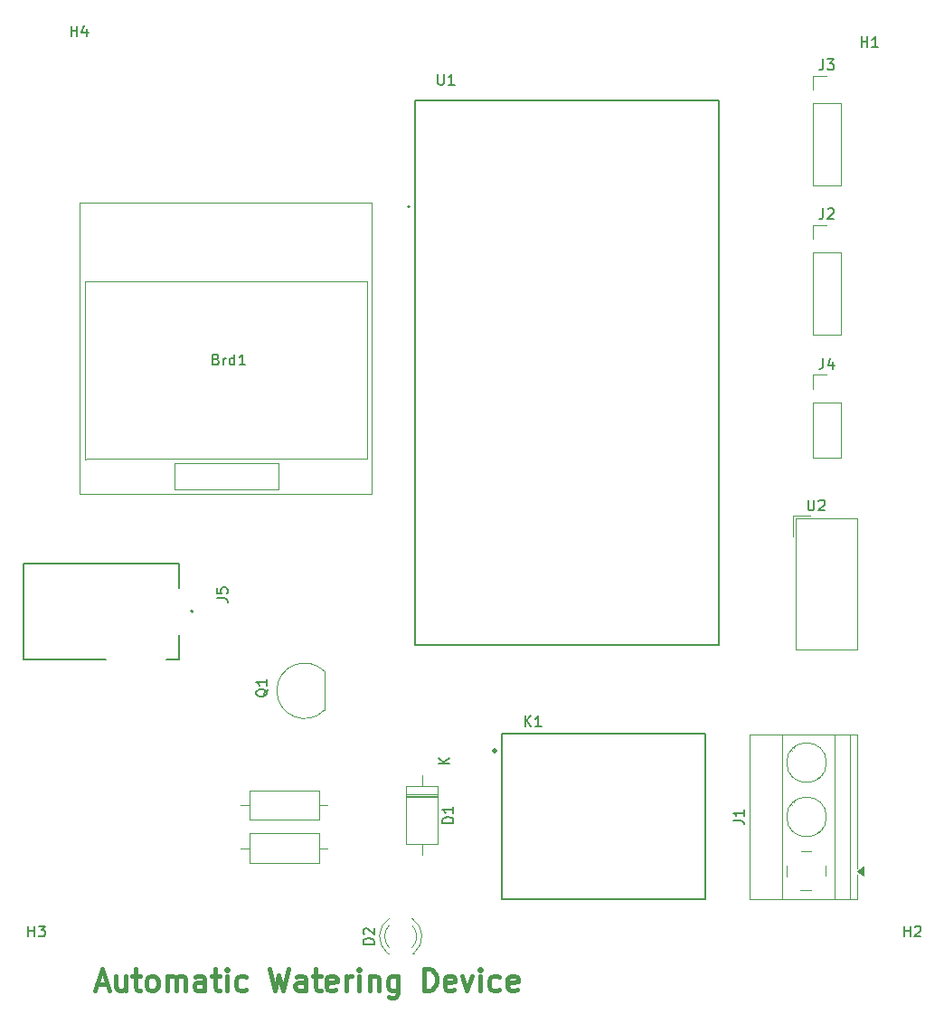
<source format=gbr>
%TF.GenerationSoftware,KiCad,Pcbnew,9.0.0*%
%TF.CreationDate,2025-04-25T09:10:44+07:00*%
%TF.ProjectId,Final_Project_PCB,46696e61-6c5f-4507-926f-6a6563745f50,rev?*%
%TF.SameCoordinates,Original*%
%TF.FileFunction,Legend,Top*%
%TF.FilePolarity,Positive*%
%FSLAX46Y46*%
G04 Gerber Fmt 4.6, Leading zero omitted, Abs format (unit mm)*
G04 Created by KiCad (PCBNEW 9.0.0) date 2025-04-25 09:10:44*
%MOMM*%
%LPD*%
G01*
G04 APERTURE LIST*
%ADD10C,0.400000*%
%ADD11C,0.150000*%
%ADD12C,0.120000*%
%ADD13C,0.127000*%
%ADD14C,0.300000*%
%ADD15C,0.200000*%
G04 APERTURE END LIST*
D10*
X159644109Y-125163009D02*
X160596490Y-125163009D01*
X159453633Y-125734438D02*
X160120299Y-123734438D01*
X160120299Y-123734438D02*
X160786966Y-125734438D01*
X162310776Y-124401104D02*
X162310776Y-125734438D01*
X161453633Y-124401104D02*
X161453633Y-125448723D01*
X161453633Y-125448723D02*
X161548871Y-125639200D01*
X161548871Y-125639200D02*
X161739347Y-125734438D01*
X161739347Y-125734438D02*
X162025062Y-125734438D01*
X162025062Y-125734438D02*
X162215538Y-125639200D01*
X162215538Y-125639200D02*
X162310776Y-125543961D01*
X162977443Y-124401104D02*
X163739347Y-124401104D01*
X163263157Y-123734438D02*
X163263157Y-125448723D01*
X163263157Y-125448723D02*
X163358395Y-125639200D01*
X163358395Y-125639200D02*
X163548871Y-125734438D01*
X163548871Y-125734438D02*
X163739347Y-125734438D01*
X164691728Y-125734438D02*
X164501252Y-125639200D01*
X164501252Y-125639200D02*
X164406014Y-125543961D01*
X164406014Y-125543961D02*
X164310776Y-125353485D01*
X164310776Y-125353485D02*
X164310776Y-124782057D01*
X164310776Y-124782057D02*
X164406014Y-124591580D01*
X164406014Y-124591580D02*
X164501252Y-124496342D01*
X164501252Y-124496342D02*
X164691728Y-124401104D01*
X164691728Y-124401104D02*
X164977443Y-124401104D01*
X164977443Y-124401104D02*
X165167919Y-124496342D01*
X165167919Y-124496342D02*
X165263157Y-124591580D01*
X165263157Y-124591580D02*
X165358395Y-124782057D01*
X165358395Y-124782057D02*
X165358395Y-125353485D01*
X165358395Y-125353485D02*
X165263157Y-125543961D01*
X165263157Y-125543961D02*
X165167919Y-125639200D01*
X165167919Y-125639200D02*
X164977443Y-125734438D01*
X164977443Y-125734438D02*
X164691728Y-125734438D01*
X166215538Y-125734438D02*
X166215538Y-124401104D01*
X166215538Y-124591580D02*
X166310776Y-124496342D01*
X166310776Y-124496342D02*
X166501252Y-124401104D01*
X166501252Y-124401104D02*
X166786967Y-124401104D01*
X166786967Y-124401104D02*
X166977443Y-124496342D01*
X166977443Y-124496342D02*
X167072681Y-124686819D01*
X167072681Y-124686819D02*
X167072681Y-125734438D01*
X167072681Y-124686819D02*
X167167919Y-124496342D01*
X167167919Y-124496342D02*
X167358395Y-124401104D01*
X167358395Y-124401104D02*
X167644109Y-124401104D01*
X167644109Y-124401104D02*
X167834586Y-124496342D01*
X167834586Y-124496342D02*
X167929824Y-124686819D01*
X167929824Y-124686819D02*
X167929824Y-125734438D01*
X169739348Y-125734438D02*
X169739348Y-124686819D01*
X169739348Y-124686819D02*
X169644110Y-124496342D01*
X169644110Y-124496342D02*
X169453634Y-124401104D01*
X169453634Y-124401104D02*
X169072681Y-124401104D01*
X169072681Y-124401104D02*
X168882205Y-124496342D01*
X169739348Y-125639200D02*
X169548872Y-125734438D01*
X169548872Y-125734438D02*
X169072681Y-125734438D01*
X169072681Y-125734438D02*
X168882205Y-125639200D01*
X168882205Y-125639200D02*
X168786967Y-125448723D01*
X168786967Y-125448723D02*
X168786967Y-125258247D01*
X168786967Y-125258247D02*
X168882205Y-125067771D01*
X168882205Y-125067771D02*
X169072681Y-124972533D01*
X169072681Y-124972533D02*
X169548872Y-124972533D01*
X169548872Y-124972533D02*
X169739348Y-124877295D01*
X170406015Y-124401104D02*
X171167919Y-124401104D01*
X170691729Y-123734438D02*
X170691729Y-125448723D01*
X170691729Y-125448723D02*
X170786967Y-125639200D01*
X170786967Y-125639200D02*
X170977443Y-125734438D01*
X170977443Y-125734438D02*
X171167919Y-125734438D01*
X171834586Y-125734438D02*
X171834586Y-124401104D01*
X171834586Y-123734438D02*
X171739348Y-123829676D01*
X171739348Y-123829676D02*
X171834586Y-123924914D01*
X171834586Y-123924914D02*
X171929824Y-123829676D01*
X171929824Y-123829676D02*
X171834586Y-123734438D01*
X171834586Y-123734438D02*
X171834586Y-123924914D01*
X173644110Y-125639200D02*
X173453634Y-125734438D01*
X173453634Y-125734438D02*
X173072681Y-125734438D01*
X173072681Y-125734438D02*
X172882205Y-125639200D01*
X172882205Y-125639200D02*
X172786967Y-125543961D01*
X172786967Y-125543961D02*
X172691729Y-125353485D01*
X172691729Y-125353485D02*
X172691729Y-124782057D01*
X172691729Y-124782057D02*
X172786967Y-124591580D01*
X172786967Y-124591580D02*
X172882205Y-124496342D01*
X172882205Y-124496342D02*
X173072681Y-124401104D01*
X173072681Y-124401104D02*
X173453634Y-124401104D01*
X173453634Y-124401104D02*
X173644110Y-124496342D01*
X175834587Y-123734438D02*
X176310777Y-125734438D01*
X176310777Y-125734438D02*
X176691730Y-124305866D01*
X176691730Y-124305866D02*
X177072682Y-125734438D01*
X177072682Y-125734438D02*
X177548873Y-123734438D01*
X179167920Y-125734438D02*
X179167920Y-124686819D01*
X179167920Y-124686819D02*
X179072682Y-124496342D01*
X179072682Y-124496342D02*
X178882206Y-124401104D01*
X178882206Y-124401104D02*
X178501253Y-124401104D01*
X178501253Y-124401104D02*
X178310777Y-124496342D01*
X179167920Y-125639200D02*
X178977444Y-125734438D01*
X178977444Y-125734438D02*
X178501253Y-125734438D01*
X178501253Y-125734438D02*
X178310777Y-125639200D01*
X178310777Y-125639200D02*
X178215539Y-125448723D01*
X178215539Y-125448723D02*
X178215539Y-125258247D01*
X178215539Y-125258247D02*
X178310777Y-125067771D01*
X178310777Y-125067771D02*
X178501253Y-124972533D01*
X178501253Y-124972533D02*
X178977444Y-124972533D01*
X178977444Y-124972533D02*
X179167920Y-124877295D01*
X179834587Y-124401104D02*
X180596491Y-124401104D01*
X180120301Y-123734438D02*
X180120301Y-125448723D01*
X180120301Y-125448723D02*
X180215539Y-125639200D01*
X180215539Y-125639200D02*
X180406015Y-125734438D01*
X180406015Y-125734438D02*
X180596491Y-125734438D01*
X182025063Y-125639200D02*
X181834587Y-125734438D01*
X181834587Y-125734438D02*
X181453634Y-125734438D01*
X181453634Y-125734438D02*
X181263158Y-125639200D01*
X181263158Y-125639200D02*
X181167920Y-125448723D01*
X181167920Y-125448723D02*
X181167920Y-124686819D01*
X181167920Y-124686819D02*
X181263158Y-124496342D01*
X181263158Y-124496342D02*
X181453634Y-124401104D01*
X181453634Y-124401104D02*
X181834587Y-124401104D01*
X181834587Y-124401104D02*
X182025063Y-124496342D01*
X182025063Y-124496342D02*
X182120301Y-124686819D01*
X182120301Y-124686819D02*
X182120301Y-124877295D01*
X182120301Y-124877295D02*
X181167920Y-125067771D01*
X182977444Y-125734438D02*
X182977444Y-124401104D01*
X182977444Y-124782057D02*
X183072682Y-124591580D01*
X183072682Y-124591580D02*
X183167920Y-124496342D01*
X183167920Y-124496342D02*
X183358396Y-124401104D01*
X183358396Y-124401104D02*
X183548873Y-124401104D01*
X184215539Y-125734438D02*
X184215539Y-124401104D01*
X184215539Y-123734438D02*
X184120301Y-123829676D01*
X184120301Y-123829676D02*
X184215539Y-123924914D01*
X184215539Y-123924914D02*
X184310777Y-123829676D01*
X184310777Y-123829676D02*
X184215539Y-123734438D01*
X184215539Y-123734438D02*
X184215539Y-123924914D01*
X185167920Y-124401104D02*
X185167920Y-125734438D01*
X185167920Y-124591580D02*
X185263158Y-124496342D01*
X185263158Y-124496342D02*
X185453634Y-124401104D01*
X185453634Y-124401104D02*
X185739349Y-124401104D01*
X185739349Y-124401104D02*
X185929825Y-124496342D01*
X185929825Y-124496342D02*
X186025063Y-124686819D01*
X186025063Y-124686819D02*
X186025063Y-125734438D01*
X187834587Y-124401104D02*
X187834587Y-126020152D01*
X187834587Y-126020152D02*
X187739349Y-126210628D01*
X187739349Y-126210628D02*
X187644111Y-126305866D01*
X187644111Y-126305866D02*
X187453634Y-126401104D01*
X187453634Y-126401104D02*
X187167920Y-126401104D01*
X187167920Y-126401104D02*
X186977444Y-126305866D01*
X187834587Y-125639200D02*
X187644111Y-125734438D01*
X187644111Y-125734438D02*
X187263158Y-125734438D01*
X187263158Y-125734438D02*
X187072682Y-125639200D01*
X187072682Y-125639200D02*
X186977444Y-125543961D01*
X186977444Y-125543961D02*
X186882206Y-125353485D01*
X186882206Y-125353485D02*
X186882206Y-124782057D01*
X186882206Y-124782057D02*
X186977444Y-124591580D01*
X186977444Y-124591580D02*
X187072682Y-124496342D01*
X187072682Y-124496342D02*
X187263158Y-124401104D01*
X187263158Y-124401104D02*
X187644111Y-124401104D01*
X187644111Y-124401104D02*
X187834587Y-124496342D01*
X190310778Y-125734438D02*
X190310778Y-123734438D01*
X190310778Y-123734438D02*
X190786968Y-123734438D01*
X190786968Y-123734438D02*
X191072683Y-123829676D01*
X191072683Y-123829676D02*
X191263159Y-124020152D01*
X191263159Y-124020152D02*
X191358397Y-124210628D01*
X191358397Y-124210628D02*
X191453635Y-124591580D01*
X191453635Y-124591580D02*
X191453635Y-124877295D01*
X191453635Y-124877295D02*
X191358397Y-125258247D01*
X191358397Y-125258247D02*
X191263159Y-125448723D01*
X191263159Y-125448723D02*
X191072683Y-125639200D01*
X191072683Y-125639200D02*
X190786968Y-125734438D01*
X190786968Y-125734438D02*
X190310778Y-125734438D01*
X193072683Y-125639200D02*
X192882207Y-125734438D01*
X192882207Y-125734438D02*
X192501254Y-125734438D01*
X192501254Y-125734438D02*
X192310778Y-125639200D01*
X192310778Y-125639200D02*
X192215540Y-125448723D01*
X192215540Y-125448723D02*
X192215540Y-124686819D01*
X192215540Y-124686819D02*
X192310778Y-124496342D01*
X192310778Y-124496342D02*
X192501254Y-124401104D01*
X192501254Y-124401104D02*
X192882207Y-124401104D01*
X192882207Y-124401104D02*
X193072683Y-124496342D01*
X193072683Y-124496342D02*
X193167921Y-124686819D01*
X193167921Y-124686819D02*
X193167921Y-124877295D01*
X193167921Y-124877295D02*
X192215540Y-125067771D01*
X193834588Y-124401104D02*
X194310778Y-125734438D01*
X194310778Y-125734438D02*
X194786969Y-124401104D01*
X195548874Y-125734438D02*
X195548874Y-124401104D01*
X195548874Y-123734438D02*
X195453636Y-123829676D01*
X195453636Y-123829676D02*
X195548874Y-123924914D01*
X195548874Y-123924914D02*
X195644112Y-123829676D01*
X195644112Y-123829676D02*
X195548874Y-123734438D01*
X195548874Y-123734438D02*
X195548874Y-123924914D01*
X197358398Y-125639200D02*
X197167922Y-125734438D01*
X197167922Y-125734438D02*
X196786969Y-125734438D01*
X196786969Y-125734438D02*
X196596493Y-125639200D01*
X196596493Y-125639200D02*
X196501255Y-125543961D01*
X196501255Y-125543961D02*
X196406017Y-125353485D01*
X196406017Y-125353485D02*
X196406017Y-124782057D01*
X196406017Y-124782057D02*
X196501255Y-124591580D01*
X196501255Y-124591580D02*
X196596493Y-124496342D01*
X196596493Y-124496342D02*
X196786969Y-124401104D01*
X196786969Y-124401104D02*
X197167922Y-124401104D01*
X197167922Y-124401104D02*
X197358398Y-124496342D01*
X198977446Y-125639200D02*
X198786970Y-125734438D01*
X198786970Y-125734438D02*
X198406017Y-125734438D01*
X198406017Y-125734438D02*
X198215541Y-125639200D01*
X198215541Y-125639200D02*
X198120303Y-125448723D01*
X198120303Y-125448723D02*
X198120303Y-124686819D01*
X198120303Y-124686819D02*
X198215541Y-124496342D01*
X198215541Y-124496342D02*
X198406017Y-124401104D01*
X198406017Y-124401104D02*
X198786970Y-124401104D01*
X198786970Y-124401104D02*
X198977446Y-124496342D01*
X198977446Y-124496342D02*
X199072684Y-124686819D01*
X199072684Y-124686819D02*
X199072684Y-124877295D01*
X199072684Y-124877295D02*
X198120303Y-125067771D01*
D11*
X153238095Y-120704819D02*
X153238095Y-119704819D01*
X153238095Y-120181009D02*
X153809523Y-120181009D01*
X153809523Y-120704819D02*
X153809523Y-119704819D01*
X154190476Y-119704819D02*
X154809523Y-119704819D01*
X154809523Y-119704819D02*
X154476190Y-120085771D01*
X154476190Y-120085771D02*
X154619047Y-120085771D01*
X154619047Y-120085771D02*
X154714285Y-120133390D01*
X154714285Y-120133390D02*
X154761904Y-120181009D01*
X154761904Y-120181009D02*
X154809523Y-120276247D01*
X154809523Y-120276247D02*
X154809523Y-120514342D01*
X154809523Y-120514342D02*
X154761904Y-120609580D01*
X154761904Y-120609580D02*
X154714285Y-120657200D01*
X154714285Y-120657200D02*
X154619047Y-120704819D01*
X154619047Y-120704819D02*
X154333333Y-120704819D01*
X154333333Y-120704819D02*
X154238095Y-120657200D01*
X154238095Y-120657200D02*
X154190476Y-120609580D01*
X175650057Y-97515238D02*
X175602438Y-97610476D01*
X175602438Y-97610476D02*
X175507200Y-97705714D01*
X175507200Y-97705714D02*
X175364342Y-97848571D01*
X175364342Y-97848571D02*
X175316723Y-97943809D01*
X175316723Y-97943809D02*
X175316723Y-98039047D01*
X175554819Y-97991428D02*
X175507200Y-98086666D01*
X175507200Y-98086666D02*
X175411961Y-98181904D01*
X175411961Y-98181904D02*
X175221485Y-98229523D01*
X175221485Y-98229523D02*
X174888152Y-98229523D01*
X174888152Y-98229523D02*
X174697676Y-98181904D01*
X174697676Y-98181904D02*
X174602438Y-98086666D01*
X174602438Y-98086666D02*
X174554819Y-97991428D01*
X174554819Y-97991428D02*
X174554819Y-97800952D01*
X174554819Y-97800952D02*
X174602438Y-97705714D01*
X174602438Y-97705714D02*
X174697676Y-97610476D01*
X174697676Y-97610476D02*
X174888152Y-97562857D01*
X174888152Y-97562857D02*
X175221485Y-97562857D01*
X175221485Y-97562857D02*
X175411961Y-97610476D01*
X175411961Y-97610476D02*
X175507200Y-97705714D01*
X175507200Y-97705714D02*
X175554819Y-97800952D01*
X175554819Y-97800952D02*
X175554819Y-97991428D01*
X175554819Y-96610476D02*
X175554819Y-97181904D01*
X175554819Y-96896190D02*
X174554819Y-96896190D01*
X174554819Y-96896190D02*
X174697676Y-96991428D01*
X174697676Y-96991428D02*
X174792914Y-97086666D01*
X174792914Y-97086666D02*
X174840533Y-97181904D01*
X193024819Y-110078094D02*
X192024819Y-110078094D01*
X192024819Y-110078094D02*
X192024819Y-109839999D01*
X192024819Y-109839999D02*
X192072438Y-109697142D01*
X192072438Y-109697142D02*
X192167676Y-109601904D01*
X192167676Y-109601904D02*
X192262914Y-109554285D01*
X192262914Y-109554285D02*
X192453390Y-109506666D01*
X192453390Y-109506666D02*
X192596247Y-109506666D01*
X192596247Y-109506666D02*
X192786723Y-109554285D01*
X192786723Y-109554285D02*
X192881961Y-109601904D01*
X192881961Y-109601904D02*
X192977200Y-109697142D01*
X192977200Y-109697142D02*
X193024819Y-109839999D01*
X193024819Y-109839999D02*
X193024819Y-110078094D01*
X193024819Y-108554285D02*
X193024819Y-109125713D01*
X193024819Y-108839999D02*
X192024819Y-108839999D01*
X192024819Y-108839999D02*
X192167676Y-108935237D01*
X192167676Y-108935237D02*
X192262914Y-109030475D01*
X192262914Y-109030475D02*
X192310533Y-109125713D01*
X192654819Y-104521904D02*
X191654819Y-104521904D01*
X192654819Y-103950476D02*
X192083390Y-104379047D01*
X191654819Y-103950476D02*
X192226247Y-104521904D01*
X185594819Y-121428094D02*
X184594819Y-121428094D01*
X184594819Y-121428094D02*
X184594819Y-121189999D01*
X184594819Y-121189999D02*
X184642438Y-121047142D01*
X184642438Y-121047142D02*
X184737676Y-120951904D01*
X184737676Y-120951904D02*
X184832914Y-120904285D01*
X184832914Y-120904285D02*
X185023390Y-120856666D01*
X185023390Y-120856666D02*
X185166247Y-120856666D01*
X185166247Y-120856666D02*
X185356723Y-120904285D01*
X185356723Y-120904285D02*
X185451961Y-120951904D01*
X185451961Y-120951904D02*
X185547200Y-121047142D01*
X185547200Y-121047142D02*
X185594819Y-121189999D01*
X185594819Y-121189999D02*
X185594819Y-121428094D01*
X184690057Y-120475713D02*
X184642438Y-120428094D01*
X184642438Y-120428094D02*
X184594819Y-120332856D01*
X184594819Y-120332856D02*
X184594819Y-120094761D01*
X184594819Y-120094761D02*
X184642438Y-119999523D01*
X184642438Y-119999523D02*
X184690057Y-119951904D01*
X184690057Y-119951904D02*
X184785295Y-119904285D01*
X184785295Y-119904285D02*
X184880533Y-119904285D01*
X184880533Y-119904285D02*
X185023390Y-119951904D01*
X185023390Y-119951904D02*
X185594819Y-120523332D01*
X185594819Y-120523332D02*
X185594819Y-119904285D01*
X157238095Y-36454819D02*
X157238095Y-35454819D01*
X157238095Y-35931009D02*
X157809523Y-35931009D01*
X157809523Y-36454819D02*
X157809523Y-35454819D01*
X158714285Y-35788152D02*
X158714285Y-36454819D01*
X158476190Y-35407200D02*
X158238095Y-36121485D01*
X158238095Y-36121485D02*
X158857142Y-36121485D01*
X231238095Y-37454819D02*
X231238095Y-36454819D01*
X231238095Y-36931009D02*
X231809523Y-36931009D01*
X231809523Y-37454819D02*
X231809523Y-36454819D01*
X232809523Y-37454819D02*
X232238095Y-37454819D01*
X232523809Y-37454819D02*
X232523809Y-36454819D01*
X232523809Y-36454819D02*
X232428571Y-36597676D01*
X232428571Y-36597676D02*
X232333333Y-36692914D01*
X232333333Y-36692914D02*
X232238095Y-36740533D01*
X219234819Y-109833333D02*
X219949104Y-109833333D01*
X219949104Y-109833333D02*
X220091961Y-109880952D01*
X220091961Y-109880952D02*
X220187200Y-109976190D01*
X220187200Y-109976190D02*
X220234819Y-110119047D01*
X220234819Y-110119047D02*
X220234819Y-110214285D01*
X220234819Y-108833333D02*
X220234819Y-109404761D01*
X220234819Y-109119047D02*
X219234819Y-109119047D01*
X219234819Y-109119047D02*
X219377676Y-109214285D01*
X219377676Y-109214285D02*
X219472914Y-109309523D01*
X219472914Y-109309523D02*
X219520533Y-109404761D01*
X227666666Y-38584819D02*
X227666666Y-39299104D01*
X227666666Y-39299104D02*
X227619047Y-39441961D01*
X227619047Y-39441961D02*
X227523809Y-39537200D01*
X227523809Y-39537200D02*
X227380952Y-39584819D01*
X227380952Y-39584819D02*
X227285714Y-39584819D01*
X228047619Y-38584819D02*
X228666666Y-38584819D01*
X228666666Y-38584819D02*
X228333333Y-38965771D01*
X228333333Y-38965771D02*
X228476190Y-38965771D01*
X228476190Y-38965771D02*
X228571428Y-39013390D01*
X228571428Y-39013390D02*
X228619047Y-39061009D01*
X228619047Y-39061009D02*
X228666666Y-39156247D01*
X228666666Y-39156247D02*
X228666666Y-39394342D01*
X228666666Y-39394342D02*
X228619047Y-39489580D01*
X228619047Y-39489580D02*
X228571428Y-39537200D01*
X228571428Y-39537200D02*
X228476190Y-39584819D01*
X228476190Y-39584819D02*
X228190476Y-39584819D01*
X228190476Y-39584819D02*
X228095238Y-39537200D01*
X228095238Y-39537200D02*
X228047619Y-39489580D01*
X199736205Y-101039023D02*
X199736205Y-100038929D01*
X200307687Y-101039023D02*
X199879076Y-100467541D01*
X200307687Y-100038929D02*
X199736205Y-100610411D01*
X201260158Y-101039023D02*
X200688676Y-101039023D01*
X200974417Y-101039023D02*
X200974417Y-100038929D01*
X200974417Y-100038929D02*
X200879170Y-100181800D01*
X200879170Y-100181800D02*
X200783923Y-100277047D01*
X200783923Y-100277047D02*
X200688676Y-100324670D01*
X227666666Y-66584819D02*
X227666666Y-67299104D01*
X227666666Y-67299104D02*
X227619047Y-67441961D01*
X227619047Y-67441961D02*
X227523809Y-67537200D01*
X227523809Y-67537200D02*
X227380952Y-67584819D01*
X227380952Y-67584819D02*
X227285714Y-67584819D01*
X228571428Y-66918152D02*
X228571428Y-67584819D01*
X228333333Y-66537200D02*
X228095238Y-67251485D01*
X228095238Y-67251485D02*
X228714285Y-67251485D01*
X226238095Y-79834819D02*
X226238095Y-80644342D01*
X226238095Y-80644342D02*
X226285714Y-80739580D01*
X226285714Y-80739580D02*
X226333333Y-80787200D01*
X226333333Y-80787200D02*
X226428571Y-80834819D01*
X226428571Y-80834819D02*
X226619047Y-80834819D01*
X226619047Y-80834819D02*
X226714285Y-80787200D01*
X226714285Y-80787200D02*
X226761904Y-80739580D01*
X226761904Y-80739580D02*
X226809523Y-80644342D01*
X226809523Y-80644342D02*
X226809523Y-79834819D01*
X227238095Y-79930057D02*
X227285714Y-79882438D01*
X227285714Y-79882438D02*
X227380952Y-79834819D01*
X227380952Y-79834819D02*
X227619047Y-79834819D01*
X227619047Y-79834819D02*
X227714285Y-79882438D01*
X227714285Y-79882438D02*
X227761904Y-79930057D01*
X227761904Y-79930057D02*
X227809523Y-80025295D01*
X227809523Y-80025295D02*
X227809523Y-80120533D01*
X227809523Y-80120533D02*
X227761904Y-80263390D01*
X227761904Y-80263390D02*
X227190476Y-80834819D01*
X227190476Y-80834819D02*
X227809523Y-80834819D01*
X235238095Y-120704819D02*
X235238095Y-119704819D01*
X235238095Y-120181009D02*
X235809523Y-120181009D01*
X235809523Y-120704819D02*
X235809523Y-119704819D01*
X236238095Y-119800057D02*
X236285714Y-119752438D01*
X236285714Y-119752438D02*
X236380952Y-119704819D01*
X236380952Y-119704819D02*
X236619047Y-119704819D01*
X236619047Y-119704819D02*
X236714285Y-119752438D01*
X236714285Y-119752438D02*
X236761904Y-119800057D01*
X236761904Y-119800057D02*
X236809523Y-119895295D01*
X236809523Y-119895295D02*
X236809523Y-119990533D01*
X236809523Y-119990533D02*
X236761904Y-120133390D01*
X236761904Y-120133390D02*
X236190476Y-120704819D01*
X236190476Y-120704819D02*
X236809523Y-120704819D01*
X227666666Y-52544819D02*
X227666666Y-53259104D01*
X227666666Y-53259104D02*
X227619047Y-53401961D01*
X227619047Y-53401961D02*
X227523809Y-53497200D01*
X227523809Y-53497200D02*
X227380952Y-53544819D01*
X227380952Y-53544819D02*
X227285714Y-53544819D01*
X228095238Y-52640057D02*
X228142857Y-52592438D01*
X228142857Y-52592438D02*
X228238095Y-52544819D01*
X228238095Y-52544819D02*
X228476190Y-52544819D01*
X228476190Y-52544819D02*
X228571428Y-52592438D01*
X228571428Y-52592438D02*
X228619047Y-52640057D01*
X228619047Y-52640057D02*
X228666666Y-52735295D01*
X228666666Y-52735295D02*
X228666666Y-52830533D01*
X228666666Y-52830533D02*
X228619047Y-52973390D01*
X228619047Y-52973390D02*
X228047619Y-53544819D01*
X228047619Y-53544819D02*
X228666666Y-53544819D01*
X170889819Y-89028333D02*
X171604104Y-89028333D01*
X171604104Y-89028333D02*
X171746961Y-89075952D01*
X171746961Y-89075952D02*
X171842200Y-89171190D01*
X171842200Y-89171190D02*
X171889819Y-89314047D01*
X171889819Y-89314047D02*
X171889819Y-89409285D01*
X170889819Y-88075952D02*
X170889819Y-88552142D01*
X170889819Y-88552142D02*
X171366009Y-88599761D01*
X171366009Y-88599761D02*
X171318390Y-88552142D01*
X171318390Y-88552142D02*
X171270771Y-88456904D01*
X171270771Y-88456904D02*
X171270771Y-88218809D01*
X171270771Y-88218809D02*
X171318390Y-88123571D01*
X171318390Y-88123571D02*
X171366009Y-88075952D01*
X171366009Y-88075952D02*
X171461247Y-88028333D01*
X171461247Y-88028333D02*
X171699342Y-88028333D01*
X171699342Y-88028333D02*
X171794580Y-88075952D01*
X171794580Y-88075952D02*
X171842200Y-88123571D01*
X171842200Y-88123571D02*
X171889819Y-88218809D01*
X171889819Y-88218809D02*
X171889819Y-88456904D01*
X171889819Y-88456904D02*
X171842200Y-88552142D01*
X171842200Y-88552142D02*
X171794580Y-88599761D01*
X170833333Y-66677009D02*
X170976190Y-66724628D01*
X170976190Y-66724628D02*
X171023809Y-66772247D01*
X171023809Y-66772247D02*
X171071428Y-66867485D01*
X171071428Y-66867485D02*
X171071428Y-67010342D01*
X171071428Y-67010342D02*
X171023809Y-67105580D01*
X171023809Y-67105580D02*
X170976190Y-67153200D01*
X170976190Y-67153200D02*
X170880952Y-67200819D01*
X170880952Y-67200819D02*
X170500000Y-67200819D01*
X170500000Y-67200819D02*
X170500000Y-66200819D01*
X170500000Y-66200819D02*
X170833333Y-66200819D01*
X170833333Y-66200819D02*
X170928571Y-66248438D01*
X170928571Y-66248438D02*
X170976190Y-66296057D01*
X170976190Y-66296057D02*
X171023809Y-66391295D01*
X171023809Y-66391295D02*
X171023809Y-66486533D01*
X171023809Y-66486533D02*
X170976190Y-66581771D01*
X170976190Y-66581771D02*
X170928571Y-66629390D01*
X170928571Y-66629390D02*
X170833333Y-66677009D01*
X170833333Y-66677009D02*
X170500000Y-66677009D01*
X171500000Y-67200819D02*
X171500000Y-66534152D01*
X171500000Y-66724628D02*
X171547619Y-66629390D01*
X171547619Y-66629390D02*
X171595238Y-66581771D01*
X171595238Y-66581771D02*
X171690476Y-66534152D01*
X171690476Y-66534152D02*
X171785714Y-66534152D01*
X172547619Y-67200819D02*
X172547619Y-66200819D01*
X172547619Y-67153200D02*
X172452381Y-67200819D01*
X172452381Y-67200819D02*
X172261905Y-67200819D01*
X172261905Y-67200819D02*
X172166667Y-67153200D01*
X172166667Y-67153200D02*
X172119048Y-67105580D01*
X172119048Y-67105580D02*
X172071429Y-67010342D01*
X172071429Y-67010342D02*
X172071429Y-66724628D01*
X172071429Y-66724628D02*
X172119048Y-66629390D01*
X172119048Y-66629390D02*
X172166667Y-66581771D01*
X172166667Y-66581771D02*
X172261905Y-66534152D01*
X172261905Y-66534152D02*
X172452381Y-66534152D01*
X172452381Y-66534152D02*
X172547619Y-66581771D01*
X173547619Y-67200819D02*
X172976191Y-67200819D01*
X173261905Y-67200819D02*
X173261905Y-66200819D01*
X173261905Y-66200819D02*
X173166667Y-66343676D01*
X173166667Y-66343676D02*
X173071429Y-66438914D01*
X173071429Y-66438914D02*
X172976191Y-66486533D01*
X191583095Y-39989819D02*
X191583095Y-40799342D01*
X191583095Y-40799342D02*
X191630714Y-40894580D01*
X191630714Y-40894580D02*
X191678333Y-40942200D01*
X191678333Y-40942200D02*
X191773571Y-40989819D01*
X191773571Y-40989819D02*
X191964047Y-40989819D01*
X191964047Y-40989819D02*
X192059285Y-40942200D01*
X192059285Y-40942200D02*
X192106904Y-40894580D01*
X192106904Y-40894580D02*
X192154523Y-40799342D01*
X192154523Y-40799342D02*
X192154523Y-39989819D01*
X193154523Y-40989819D02*
X192583095Y-40989819D01*
X192868809Y-40989819D02*
X192868809Y-39989819D01*
X192868809Y-39989819D02*
X192773571Y-40132676D01*
X192773571Y-40132676D02*
X192678333Y-40227914D01*
X192678333Y-40227914D02*
X192583095Y-40275533D01*
D12*
%TO.C,Q1*%
X180950000Y-99490000D02*
X180950000Y-95890000D01*
X176500000Y-97690000D02*
G75*
G02*
X180938478Y-95851522I2600000J0D01*
G01*
X180938478Y-99528478D02*
G75*
G02*
X176499999Y-97690000I-1838478J1838478D01*
G01*
%TO.C,D1*%
X188630000Y-106620000D02*
X188630000Y-112060000D01*
X188630000Y-112060000D02*
X191570000Y-112060000D01*
X190100000Y-105600000D02*
X190100000Y-106620000D01*
X190100000Y-113080000D02*
X190100000Y-112060000D01*
X191570000Y-106620000D02*
X188630000Y-106620000D01*
X191570000Y-107400000D02*
X188630000Y-107400000D01*
X191570000Y-107520000D02*
X188630000Y-107520000D01*
X191570000Y-107640000D02*
X188630000Y-107640000D01*
X191570000Y-112060000D02*
X191570000Y-106620000D01*
%TO.C,D2*%
X186864000Y-122250000D02*
X187020000Y-122250000D01*
X189180000Y-122250000D02*
X189336000Y-122250000D01*
X186864484Y-122250000D02*
G75*
G02*
X187019939Y-119018603I1235516J1560000D01*
G01*
X187020000Y-121730961D02*
G75*
G02*
X187019951Y-119649090I1080000J1040961D01*
G01*
X189180049Y-119649090D02*
G75*
G02*
X189180000Y-121730961I-1080049J-1040910D01*
G01*
X189180061Y-119018603D02*
G75*
G02*
X189335516Y-122250000I-1080061J-1671397D01*
G01*
%TO.C,J1*%
X220780000Y-101760000D02*
X230820000Y-101760000D01*
X220780000Y-117240000D02*
X220780000Y-101760000D01*
X220780000Y-117240000D02*
X230820000Y-117240000D01*
X223800000Y-117240000D02*
X223800000Y-101760000D01*
X224689000Y-103236000D02*
X224733000Y-103280000D01*
X224689000Y-108316000D02*
X224733000Y-108360000D01*
X224916000Y-103009000D02*
X224960000Y-103053000D01*
X224916000Y-108089000D02*
X224960000Y-108133000D01*
X227240000Y-105787000D02*
X227283000Y-105831000D01*
X227240000Y-110867000D02*
X227283000Y-110911000D01*
X227467000Y-105560000D02*
X227510000Y-105604000D01*
X227467000Y-110640000D02*
X227510000Y-110684000D01*
X228700000Y-117240000D02*
X228700000Y-101760000D01*
X230200000Y-117240000D02*
X230200000Y-101760000D01*
X230820000Y-114280000D02*
X230820000Y-101760000D01*
X230820000Y-117240000D02*
X230820000Y-114880000D01*
X224320000Y-115120000D02*
G75*
G02*
X224319794Y-114040679I1780000J540000D01*
G01*
X225560000Y-112800000D02*
G75*
G02*
X226639321Y-112799794I540000J-1780013D01*
G01*
X226640000Y-116360000D02*
G75*
G02*
X225560679Y-116360206I-540000J1780000D01*
G01*
X227880000Y-114040000D02*
G75*
G02*
X227880206Y-115119321I-1780013J-540000D01*
G01*
X227960000Y-104420000D02*
G75*
G02*
X224240000Y-104420000I-1860000J0D01*
G01*
X224240000Y-104420000D02*
G75*
G02*
X227960000Y-104420000I1860000J0D01*
G01*
X227960000Y-109500000D02*
G75*
G02*
X224240000Y-109500000I-1860000J0D01*
G01*
X224240000Y-109500000D02*
G75*
G02*
X227960000Y-109500000I1860000J0D01*
G01*
X231430000Y-115020000D02*
X230820000Y-114580000D01*
X231430000Y-114140000D01*
X231430000Y-115020000D01*
G36*
X231430000Y-115020000D02*
G01*
X230820000Y-114580000D01*
X231430000Y-114140000D01*
X231430000Y-115020000D01*
G37*
%TO.C,J3*%
X226670000Y-40130000D02*
X228000000Y-40130000D01*
X226670000Y-41460000D02*
X226670000Y-40130000D01*
X226670000Y-42730000D02*
X226670000Y-50410000D01*
X226670000Y-42730000D02*
X229330000Y-42730000D01*
X226670000Y-50410000D02*
X229330000Y-50410000D01*
X229330000Y-42730000D02*
X229330000Y-50410000D01*
D13*
%TO.C,K1*%
X197550000Y-101670000D02*
X216650000Y-101670000D01*
X197550000Y-117170000D02*
X197550000Y-101670000D01*
X216650000Y-101670000D02*
X216650000Y-117170000D01*
X216650000Y-117170000D02*
X197550000Y-117170000D01*
D14*
X197000000Y-103301000D02*
G75*
G02*
X196800000Y-103301000I-100000J0D01*
G01*
X196800000Y-103301000D02*
G75*
G02*
X197000000Y-103301000I100000J0D01*
G01*
D12*
%TO.C,J4*%
X226670000Y-68130000D02*
X228000000Y-68130000D01*
X226670000Y-69460000D02*
X226670000Y-68130000D01*
X226670000Y-70730000D02*
X226670000Y-75870000D01*
X226670000Y-70730000D02*
X229330000Y-70730000D01*
X226670000Y-75870000D02*
X229330000Y-75870000D01*
X229330000Y-70730000D02*
X229330000Y-75870000D01*
%TO.C,R1*%
X173140000Y-108420000D02*
X173910000Y-108420000D01*
X173910000Y-107050000D02*
X173910000Y-109790000D01*
X173910000Y-109790000D02*
X180450000Y-109790000D01*
X180450000Y-107050000D02*
X173910000Y-107050000D01*
X180450000Y-109790000D02*
X180450000Y-107050000D01*
X181220000Y-108420000D02*
X180450000Y-108420000D01*
%TO.C,U2*%
X224840000Y-81280000D02*
X224840000Y-83280000D01*
X224840000Y-81280000D02*
X226450000Y-81280000D01*
X225120000Y-93820000D02*
X225120000Y-81570000D01*
X225130000Y-81560000D02*
X230870000Y-81560000D01*
X230880000Y-81560000D02*
X230880000Y-93820000D01*
X230880000Y-93820000D02*
X225120000Y-93820000D01*
%TO.C,R2*%
X173140000Y-112420000D02*
X173910000Y-112420000D01*
X173910000Y-111050000D02*
X173910000Y-113790000D01*
X173910000Y-113790000D02*
X180450000Y-113790000D01*
X180450000Y-111050000D02*
X173910000Y-111050000D01*
X180450000Y-113790000D02*
X180450000Y-111050000D01*
X181220000Y-112420000D02*
X180450000Y-112420000D01*
%TO.C,J2*%
X226670000Y-54090000D02*
X228000000Y-54090000D01*
X226670000Y-55420000D02*
X226670000Y-54090000D01*
X226670000Y-56690000D02*
X226670000Y-64370000D01*
X226670000Y-56690000D02*
X229330000Y-56690000D01*
X226670000Y-64370000D02*
X229330000Y-64370000D01*
X229330000Y-56690000D02*
X229330000Y-64370000D01*
D13*
%TO.C,J5*%
X152750000Y-85770000D02*
X152750000Y-94770000D01*
X152750000Y-94770000D02*
X160460000Y-94770000D01*
X166140000Y-94770000D02*
X167370000Y-94770000D01*
X167370000Y-85770000D02*
X152750000Y-85770000D01*
X167370000Y-88050000D02*
X167370000Y-85770000D01*
X167370000Y-94770000D02*
X167370000Y-92490000D01*
D15*
X168650000Y-90270000D02*
G75*
G02*
X168450000Y-90270000I-100000J0D01*
G01*
X168450000Y-90270000D02*
G75*
G02*
X168650000Y-90270000I100000J0D01*
G01*
D12*
%TO.C,Brd1*%
X158000000Y-52000000D02*
X185400000Y-52000000D01*
X158000000Y-79300000D02*
X158000000Y-52000000D01*
X158538000Y-59380000D02*
X158538000Y-76017000D01*
X158538000Y-76017000D02*
X158792000Y-76005000D01*
X161878000Y-59405000D02*
X158538000Y-59380000D01*
X161878000Y-59405000D02*
X184978000Y-59405000D01*
X161878000Y-76005000D02*
X158792000Y-76005000D01*
X166920000Y-76398000D02*
X176699000Y-76398000D01*
X166920000Y-78811000D02*
X166920000Y-76398000D01*
X176699000Y-78811000D02*
X166920000Y-78811000D01*
X176699000Y-78811000D02*
X176699000Y-76398000D01*
X184978000Y-59405000D02*
X184978000Y-76005000D01*
X184978000Y-76005000D02*
X161878000Y-76005000D01*
X185400000Y-52000000D02*
X185400000Y-79300000D01*
X185400000Y-79300000D02*
X158000000Y-79300000D01*
D13*
%TO.C,U1*%
X189420000Y-42420000D02*
X200489000Y-42420000D01*
X189420000Y-42420000D02*
X217930000Y-42420000D01*
X189420000Y-93370000D02*
X189420000Y-42420000D01*
X189420000Y-93370000D02*
X189420000Y-42420000D01*
X189420000Y-93370000D02*
X194790000Y-93370000D01*
X194790000Y-93370000D02*
X212480000Y-93370000D01*
X200489000Y-42420000D02*
X207200000Y-42420000D01*
X207200000Y-42420000D02*
X217930000Y-42420000D01*
X212480000Y-93370000D02*
X217930000Y-93370000D01*
X217930000Y-42420000D02*
X217930000Y-93370000D01*
X217930000Y-42420000D02*
X217930000Y-93370000D01*
X217930000Y-93370000D02*
X189420000Y-93370000D01*
D15*
X188950000Y-52380000D02*
G75*
G02*
X188750000Y-52380000I-100000J0D01*
G01*
X188750000Y-52380000D02*
G75*
G02*
X188950000Y-52380000I100000J0D01*
G01*
%TD*%
M02*

</source>
